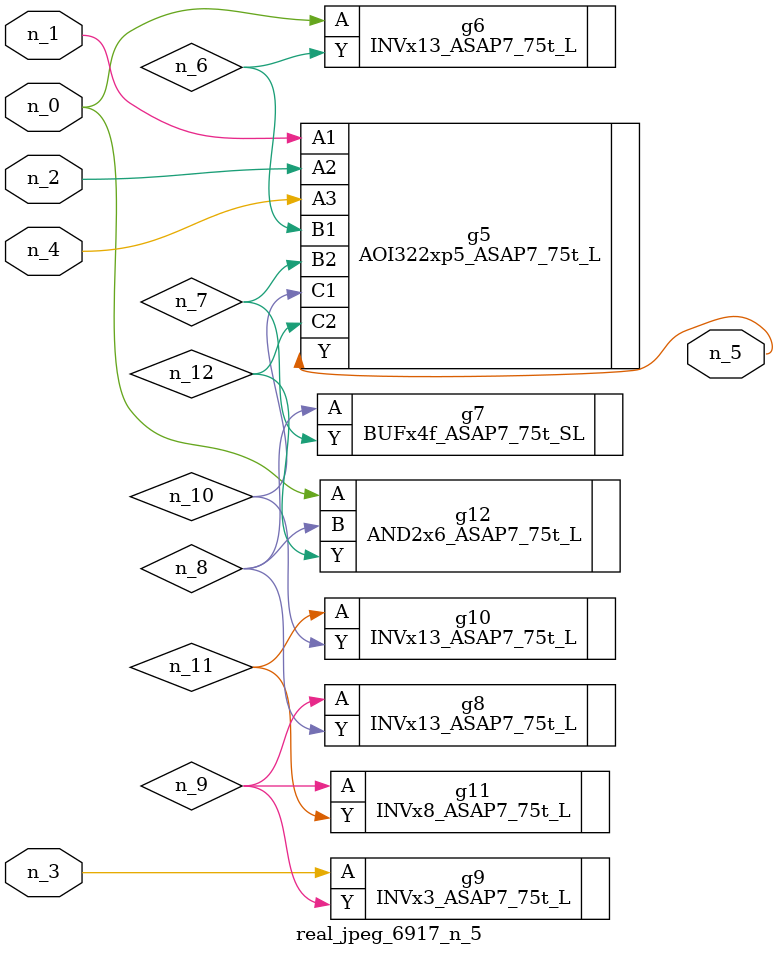
<source format=v>
module real_jpeg_6917_n_5 (n_4, n_0, n_1, n_2, n_3, n_5);

input n_4;
input n_0;
input n_1;
input n_2;
input n_3;

output n_5;

wire n_12;
wire n_8;
wire n_11;
wire n_6;
wire n_7;
wire n_10;
wire n_9;

INVx13_ASAP7_75t_L g6 ( 
.A(n_0),
.Y(n_6)
);

AND2x6_ASAP7_75t_L g12 ( 
.A(n_0),
.B(n_8),
.Y(n_12)
);

AOI322xp5_ASAP7_75t_L g5 ( 
.A1(n_1),
.A2(n_2),
.A3(n_4),
.B1(n_6),
.B2(n_7),
.C1(n_10),
.C2(n_12),
.Y(n_5)
);

INVx3_ASAP7_75t_L g9 ( 
.A(n_3),
.Y(n_9)
);

BUFx4f_ASAP7_75t_SL g7 ( 
.A(n_8),
.Y(n_7)
);

INVx13_ASAP7_75t_L g8 ( 
.A(n_9),
.Y(n_8)
);

INVx8_ASAP7_75t_L g11 ( 
.A(n_9),
.Y(n_11)
);

INVx13_ASAP7_75t_L g10 ( 
.A(n_11),
.Y(n_10)
);


endmodule
</source>
